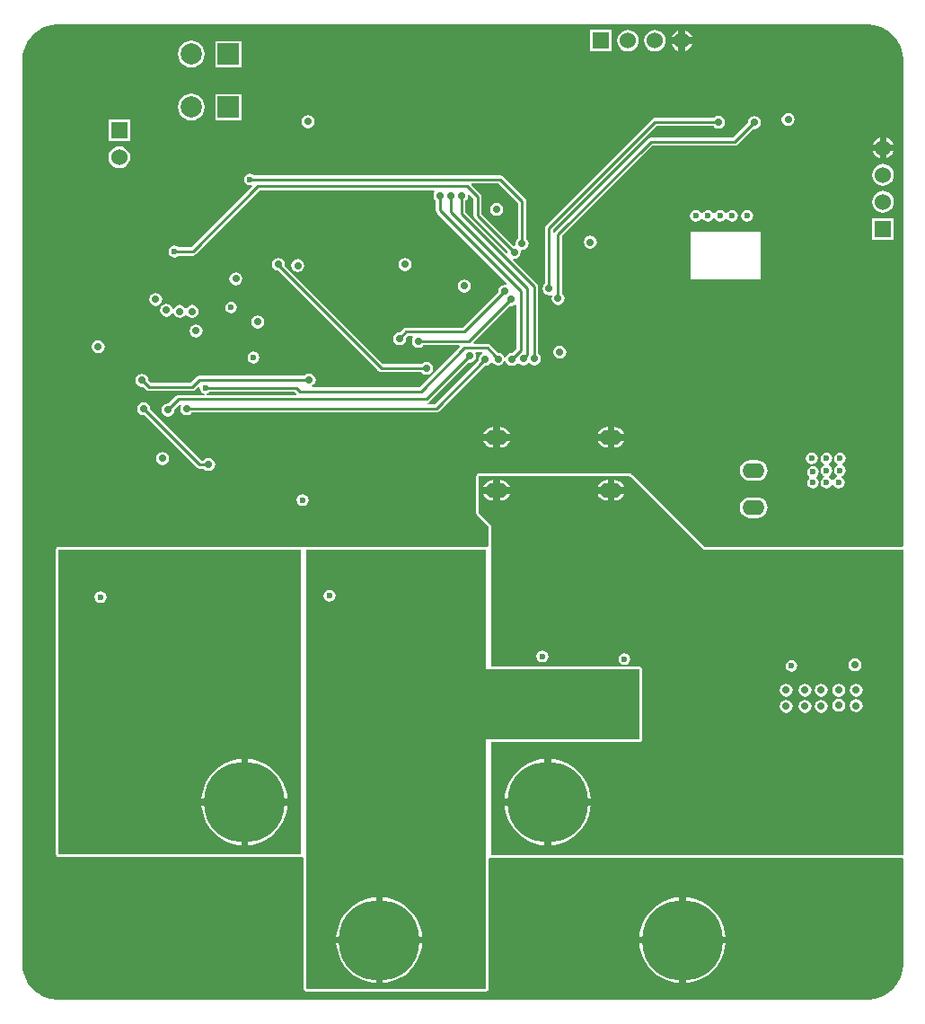
<source format=gbl>
G04*
G04 #@! TF.GenerationSoftware,Altium Limited,Altium Designer,20.2.6 (244)*
G04*
G04 Layer_Physical_Order=4*
G04 Layer_Color=16711680*
%FSLAX25Y25*%
%MOIN*%
G70*
G04*
G04 #@! TF.SameCoordinates,8FED6943-84A2-46AE-932A-9FA205965DA7*
G04*
G04*
G04 #@! TF.FilePolarity,Positive*
G04*
G01*
G75*
%ADD11C,0.00984*%
%ADD15C,0.01000*%
%ADD98C,0.03150*%
%ADD104C,0.06000*%
%ADD105R,0.06000X0.06000*%
%ADD106R,0.06000X0.06000*%
%ADD107C,0.30000*%
%ADD108C,0.07874*%
%ADD109R,0.07874X0.07874*%
%ADD110O,0.08268X0.05512*%
%ADD111C,0.27165*%
%ADD112C,0.02362*%
%ADD113C,0.02756*%
%ADD114C,0.01968*%
G36*
X149498Y363345D02*
X150389D01*
X152156Y363112D01*
X153878Y362651D01*
X155524Y361969D01*
X157067Y361078D01*
X158481Y359993D01*
X159741Y358733D01*
X160826Y357319D01*
X161717Y355776D01*
X162399Y354129D01*
X162861Y352408D01*
X163093Y350641D01*
Y349750D01*
X163094Y169873D01*
X162741Y169520D01*
X89475D01*
X62217Y196475D01*
X62053Y196583D01*
X61890Y196692D01*
X61887Y196693D01*
X61885Y196694D01*
X61692Y196731D01*
X61500Y196770D01*
X5500D01*
X5110Y196692D01*
X4779Y196471D01*
X4558Y196140D01*
X4480Y195750D01*
X4480Y182000D01*
X4558Y181610D01*
X4779Y181279D01*
X8980Y177078D01*
Y169649D01*
X8480Y169382D01*
X8390Y169442D01*
X8000Y169520D01*
X-58500D01*
X-58890Y169442D01*
X-59221Y169221D01*
X-59779D01*
X-60110Y169442D01*
X-60500Y169520D01*
X-150498D01*
X-150888Y169442D01*
X-151219Y169221D01*
X-151440Y168890D01*
X-151518Y168500D01*
X-151518Y55250D01*
X-151440Y54860D01*
X-151219Y54529D01*
X-150888Y54308D01*
X-150498Y54230D01*
X-60500Y54230D01*
X-60110Y54308D01*
X-60020Y54368D01*
X-59520Y54101D01*
Y5500D01*
X-59442Y5110D01*
X-59221Y4779D01*
X-58890Y4558D01*
X-58500Y4480D01*
X8000D01*
X8390Y4558D01*
X8721Y4779D01*
X8942Y5110D01*
X9020Y5500D01*
X9020Y53851D01*
X9520Y54118D01*
X9610Y54058D01*
X10000Y53980D01*
X162741Y53980D01*
X163095Y53690D01*
X163095Y15000D01*
Y14109D01*
X162863Y12342D01*
X162401Y10621D01*
X161719Y8974D01*
X160828Y7431D01*
X159743Y6017D01*
X158483Y4757D01*
X157069Y3672D01*
X155526Y2781D01*
X153879Y2099D01*
X152158Y1637D01*
X150391Y1405D01*
X-151387D01*
X-153154Y1637D01*
X-154876Y2099D01*
X-156522Y2781D01*
X-158066Y3672D01*
X-159479Y4757D01*
X-160740Y6017D01*
X-161825Y7431D01*
X-162716Y8974D01*
X-163398Y10621D01*
X-163859Y12342D01*
X-164092Y14111D01*
X-164095Y15002D01*
X-164093Y349750D01*
Y350641D01*
X-163861Y352408D01*
X-163399Y354129D01*
X-162717Y355776D01*
X-161826Y357319D01*
X-160741Y358733D01*
X-159481Y359993D01*
X-158067Y361078D01*
X-156524Y361969D01*
X-154878Y362651D01*
X-153156Y363112D01*
X-151389Y363345D01*
X-150498Y363345D01*
X149498Y363345D01*
D02*
G37*
G36*
X-60500Y55250D02*
X-150498Y55250D01*
X-150498Y168500D01*
X-60500D01*
Y55250D01*
D02*
G37*
G36*
X89056Y168500D02*
X163094D01*
X163095Y55354D01*
X162741Y55000D01*
X10000Y55000D01*
Y96980D01*
X65000D01*
X65390Y97058D01*
X65721Y97279D01*
X65942Y97610D01*
X66020Y98000D01*
Y124000D01*
X65942Y124390D01*
X65721Y124721D01*
X65390Y124942D01*
X65000Y125020D01*
X10000D01*
Y177500D01*
X5500Y182000D01*
X5500Y195750D01*
X61500D01*
X89056Y168500D01*
D02*
G37*
G36*
X8000Y124000D02*
X65000D01*
Y98000D01*
X8000D01*
X8000Y5500D01*
X-58500D01*
X-58500Y168500D01*
X8000D01*
Y124000D01*
D02*
G37*
%LPC*%
G36*
X82037Y361095D02*
Y358534D01*
X84599D01*
X84281Y359301D01*
X83640Y360136D01*
X82805Y360777D01*
X82037Y361095D01*
D02*
G37*
G36*
X79537D02*
X78770Y360777D01*
X77935Y360136D01*
X77293Y359301D01*
X76976Y358534D01*
X79537D01*
Y361095D01*
D02*
G37*
G36*
X84599Y356033D02*
X82037D01*
Y353472D01*
X82805Y353789D01*
X83640Y354431D01*
X84281Y355266D01*
X84599Y356033D01*
D02*
G37*
G36*
X79537D02*
X76976D01*
X77293Y355266D01*
X77935Y354431D01*
X78770Y353789D01*
X79537Y353472D01*
Y356033D01*
D02*
G37*
G36*
X54787Y361283D02*
X46787D01*
Y353284D01*
X54787D01*
Y361283D01*
D02*
G37*
G36*
X70787Y361318D02*
X69743Y361180D01*
X68770Y360777D01*
X67935Y360136D01*
X67293Y359301D01*
X66890Y358328D01*
X66753Y357283D01*
X66890Y356239D01*
X67293Y355266D01*
X67935Y354431D01*
X68770Y353789D01*
X69743Y353386D01*
X70787Y353249D01*
X71832Y353386D01*
X72805Y353789D01*
X73640Y354431D01*
X74281Y355266D01*
X74685Y356239D01*
X74822Y357283D01*
X74685Y358328D01*
X74281Y359301D01*
X73640Y360136D01*
X72805Y360777D01*
X71832Y361180D01*
X70787Y361318D01*
D02*
G37*
G36*
X60787D02*
X59743Y361180D01*
X58770Y360777D01*
X57935Y360136D01*
X57293Y359301D01*
X56890Y358328D01*
X56753Y357283D01*
X56890Y356239D01*
X57293Y355266D01*
X57935Y354431D01*
X58770Y353789D01*
X59743Y353386D01*
X60787Y353249D01*
X61832Y353386D01*
X62805Y353789D01*
X63640Y354431D01*
X64281Y355266D01*
X64684Y356239D01*
X64822Y357283D01*
X64684Y358328D01*
X64281Y359301D01*
X63640Y360136D01*
X62805Y360777D01*
X61832Y361180D01*
X60787Y361318D01*
D02*
G37*
G36*
X-82563Y357187D02*
X-92437D01*
Y347313D01*
X-82563D01*
Y357187D01*
D02*
G37*
G36*
X-101279Y357230D02*
X-102568Y357060D01*
X-103769Y356562D01*
X-104801Y355771D01*
X-105592Y354740D01*
X-106089Y353539D01*
X-106259Y352250D01*
X-106089Y350961D01*
X-105592Y349760D01*
X-104801Y348729D01*
X-103769Y347937D01*
X-102568Y347440D01*
X-101279Y347270D01*
X-99991Y347440D01*
X-98790Y347937D01*
X-97758Y348729D01*
X-96967Y349760D01*
X-96470Y350961D01*
X-96300Y352250D01*
X-96470Y353539D01*
X-96967Y354740D01*
X-97758Y355771D01*
X-98790Y356562D01*
X-99991Y357060D01*
X-101279Y357230D01*
D02*
G37*
G36*
X-82563Y337502D02*
X-92437D01*
Y327628D01*
X-82563D01*
Y337502D01*
D02*
G37*
G36*
X-101279Y337545D02*
X-102568Y337375D01*
X-103769Y336877D01*
X-104801Y336086D01*
X-105592Y335055D01*
X-106089Y333854D01*
X-106259Y332565D01*
X-106089Y331276D01*
X-105592Y330075D01*
X-104801Y329044D01*
X-103769Y328253D01*
X-102568Y327755D01*
X-101279Y327585D01*
X-99991Y327755D01*
X-98790Y328253D01*
X-97758Y329044D01*
X-96967Y330075D01*
X-96470Y331276D01*
X-96300Y332565D01*
X-96470Y333854D01*
X-96967Y335055D01*
X-97758Y336086D01*
X-98790Y336877D01*
X-99991Y337375D01*
X-101279Y337545D01*
D02*
G37*
G36*
X120276Y330515D02*
X119348Y330330D01*
X118561Y329805D01*
X118036Y329018D01*
X117851Y328091D01*
X118036Y327163D01*
X118561Y326376D01*
X119348Y325851D01*
X120276Y325666D01*
X121203Y325851D01*
X121990Y326376D01*
X122516Y327163D01*
X122700Y328091D01*
X122516Y329018D01*
X121990Y329805D01*
X121203Y330330D01*
X120276Y330515D01*
D02*
G37*
G36*
X-58000Y329675D02*
X-58928Y329490D01*
X-59714Y328964D01*
X-60240Y328178D01*
X-60425Y327250D01*
X-60240Y326322D01*
X-59714Y325536D01*
X-58928Y325010D01*
X-58000Y324825D01*
X-57072Y325010D01*
X-56286Y325536D01*
X-55760Y326322D01*
X-55576Y327250D01*
X-55760Y328178D01*
X-56286Y328964D01*
X-57072Y329490D01*
X-58000Y329675D01*
D02*
G37*
G36*
X94437Y329468D02*
X93509Y329283D01*
X92723Y328758D01*
X92594Y328565D01*
X70793D01*
X70211Y328449D01*
X69718Y328119D01*
X30450Y288852D01*
X30416Y288829D01*
X30084Y288333D01*
X29968Y287747D01*
Y267037D01*
X29783Y266914D01*
X29257Y266127D01*
X29073Y265199D01*
X29257Y264271D01*
X29783Y263485D01*
X30569Y262959D01*
X31497Y262775D01*
X32268Y262928D01*
X32594Y262517D01*
X32585Y262502D01*
X32400Y261575D01*
X32585Y260647D01*
X33110Y259860D01*
X33897Y259335D01*
X34825Y259150D01*
X35752Y259335D01*
X36539Y259860D01*
X37065Y260647D01*
X37249Y261575D01*
X37065Y262502D01*
X36539Y263289D01*
X36354Y263413D01*
Y284691D01*
X69884Y318221D01*
X100489D01*
X101075Y318337D01*
X101571Y318669D01*
X107459Y324557D01*
X107677Y324513D01*
X108605Y324698D01*
X109392Y325224D01*
X109917Y326010D01*
X110102Y326938D01*
X109917Y327866D01*
X109392Y328652D01*
X108605Y329178D01*
X107677Y329363D01*
X106749Y329178D01*
X105963Y328652D01*
X105437Y327866D01*
X105253Y326938D01*
X105296Y326720D01*
X99856Y321279D01*
X69250D01*
X68665Y321163D01*
X68169Y320831D01*
X33743Y286406D01*
X33527Y286082D01*
X33027Y286234D01*
Y287125D01*
X71424Y325522D01*
X92594D01*
X92723Y325329D01*
X93509Y324803D01*
X94437Y324619D01*
X95365Y324803D01*
X96151Y325329D01*
X96677Y326115D01*
X96861Y327043D01*
X96677Y327971D01*
X96151Y328758D01*
X95365Y329283D01*
X94437Y329468D01*
D02*
G37*
G36*
X-124000Y328000D02*
X-132000D01*
Y320000D01*
X-124000D01*
Y328000D01*
D02*
G37*
G36*
X156750Y321312D02*
Y318750D01*
X159312D01*
X158994Y319517D01*
X158353Y320353D01*
X157517Y320994D01*
X156750Y321312D01*
D02*
G37*
G36*
X154250Y321312D02*
X153483Y320994D01*
X152647Y320353D01*
X152006Y319517D01*
X151688Y318750D01*
X154250D01*
Y321312D01*
D02*
G37*
G36*
Y316250D02*
X151688D01*
X152006Y315483D01*
X152647Y314647D01*
X153483Y314006D01*
X154250Y313688D01*
Y316250D01*
D02*
G37*
G36*
X159312D02*
X156750D01*
Y313688D01*
X157517Y314006D01*
X158353Y314647D01*
X158994Y315483D01*
X159312Y316250D01*
D02*
G37*
G36*
X-128000Y318035D02*
X-129044Y317897D01*
X-130017Y317494D01*
X-130853Y316853D01*
X-131494Y316017D01*
X-131897Y315044D01*
X-132035Y314000D01*
X-131897Y312956D01*
X-131494Y311983D01*
X-130853Y311147D01*
X-130017Y310506D01*
X-129044Y310103D01*
X-128000Y309965D01*
X-126956Y310103D01*
X-125983Y310506D01*
X-125147Y311147D01*
X-124506Y311983D01*
X-124103Y312956D01*
X-123966Y314000D01*
X-124103Y315044D01*
X-124506Y316017D01*
X-125147Y316853D01*
X-125983Y317494D01*
X-126956Y317897D01*
X-128000Y318035D01*
D02*
G37*
G36*
X155500Y311535D02*
X154456Y311397D01*
X153483Y310994D01*
X152647Y310353D01*
X152006Y309517D01*
X151603Y308544D01*
X151465Y307500D01*
X151603Y306456D01*
X152006Y305483D01*
X152647Y304647D01*
X153483Y304006D01*
X154456Y303603D01*
X155500Y303466D01*
X156544Y303603D01*
X157517Y304006D01*
X158353Y304647D01*
X158994Y305483D01*
X159397Y306456D01*
X159535Y307500D01*
X159397Y308544D01*
X158994Y309517D01*
X158353Y310353D01*
X157517Y310994D01*
X156544Y311397D01*
X155500Y311535D01*
D02*
G37*
G36*
Y301535D02*
X154456Y301397D01*
X153483Y300994D01*
X152647Y300353D01*
X152006Y299517D01*
X151603Y298544D01*
X151465Y297500D01*
X151603Y296456D01*
X152006Y295483D01*
X152647Y294647D01*
X153483Y294006D01*
X154456Y293603D01*
X155500Y293465D01*
X156544Y293603D01*
X157517Y294006D01*
X158353Y294647D01*
X158994Y295483D01*
X159397Y296456D01*
X159535Y297500D01*
X159397Y298544D01*
X158994Y299517D01*
X158353Y300353D01*
X157517Y300994D01*
X156544Y301397D01*
X155500Y301535D01*
D02*
G37*
G36*
X99500Y294474D02*
X98649Y294305D01*
X97927Y293823D01*
X97528Y293224D01*
X97409Y293193D01*
X97091D01*
X96972Y293224D01*
X96573Y293823D01*
X95851Y294305D01*
X95000Y294474D01*
X94149Y294305D01*
X93427Y293823D01*
X93028Y293224D01*
X92909Y293193D01*
X92591D01*
X92472Y293224D01*
X92072Y293823D01*
X91351Y294305D01*
X90500Y294474D01*
X89649Y294305D01*
X88928Y293823D01*
X88528Y293224D01*
X88409Y293193D01*
X88091D01*
X87972Y293224D01*
X87572Y293823D01*
X86851Y294305D01*
X86000Y294474D01*
X85149Y294305D01*
X84427Y293823D01*
X83946Y293101D01*
X83776Y292250D01*
X83946Y291399D01*
X84427Y290677D01*
X85149Y290195D01*
X86000Y290026D01*
X86851Y290195D01*
X87572Y290677D01*
X87972Y291276D01*
X88091Y291307D01*
X88409D01*
X88528Y291276D01*
X88928Y290677D01*
X89649Y290195D01*
X90500Y290026D01*
X91351Y290195D01*
X92072Y290677D01*
X92472Y291276D01*
X92591Y291307D01*
X92909D01*
X93028Y291276D01*
X93427Y290677D01*
X94149Y290195D01*
X95000Y290026D01*
X95851Y290195D01*
X96573Y290677D01*
X96972Y291276D01*
X97091Y291307D01*
X97409D01*
X97528Y291276D01*
X97927Y290677D01*
X98649Y290195D01*
X99500Y290026D01*
X100351Y290195D01*
X101073Y290677D01*
X101555Y291399D01*
X101724Y292250D01*
X101555Y293101D01*
X101073Y293823D01*
X100351Y294305D01*
X99500Y294474D01*
D02*
G37*
G36*
X105000D02*
X104149Y294305D01*
X103428Y293823D01*
X102945Y293101D01*
X102776Y292250D01*
X102945Y291399D01*
X103428Y290677D01*
X104149Y290195D01*
X105000Y290026D01*
X105851Y290195D01*
X106572Y290677D01*
X107054Y291399D01*
X107224Y292250D01*
X107054Y293101D01*
X106572Y293823D01*
X105851Y294305D01*
X105000Y294474D01*
D02*
G37*
G36*
X159500Y291500D02*
X151500D01*
Y283500D01*
X159500D01*
Y291500D01*
D02*
G37*
G36*
X46815Y284940D02*
X45888Y284755D01*
X45101Y284230D01*
X44575Y283443D01*
X44391Y282515D01*
X44575Y281588D01*
X45101Y280801D01*
X45888Y280275D01*
X46815Y280091D01*
X47743Y280275D01*
X48530Y280801D01*
X49055Y281588D01*
X49240Y282515D01*
X49055Y283443D01*
X48530Y284230D01*
X47743Y284755D01*
X46815Y284940D01*
D02*
G37*
G36*
X-79500Y307974D02*
X-80351Y307805D01*
X-81072Y307323D01*
X-81555Y306601D01*
X-81724Y305750D01*
X-81555Y304899D01*
X-81072Y304177D01*
X-80351Y303695D01*
X-79500Y303526D01*
X-78993Y303627D01*
X-78747Y303166D01*
X-101383Y280529D01*
X-105899D01*
X-105928Y280573D01*
X-106649Y281055D01*
X-107500Y281224D01*
X-108351Y281055D01*
X-109072Y280573D01*
X-109555Y279851D01*
X-109724Y279000D01*
X-109555Y278149D01*
X-109072Y277428D01*
X-108351Y276945D01*
X-107500Y276776D01*
X-106649Y276945D01*
X-105928Y277428D01*
X-105899Y277471D01*
X-100750D01*
X-100165Y277587D01*
X-99669Y277919D01*
X-75867Y301721D01*
X-11145D01*
X-10877Y301221D01*
X-11240Y300678D01*
X-11424Y299750D01*
X-11240Y298822D01*
X-10714Y298036D01*
X-10529Y297912D01*
Y294250D01*
X-10413Y293665D01*
X-10081Y293169D01*
X16014Y267073D01*
X15996Y266978D01*
X15423Y266590D01*
X15000Y266674D01*
X14072Y266490D01*
X13286Y265964D01*
X12760Y265178D01*
X12575Y264250D01*
X12619Y264032D01*
X-634Y250779D01*
X-21500D01*
X-22085Y250663D01*
X-22581Y250331D01*
X-23782Y249131D01*
X-24000Y249174D01*
X-24928Y248990D01*
X-25714Y248464D01*
X-26240Y247678D01*
X-26425Y246750D01*
X-26240Y245822D01*
X-25714Y245036D01*
X-24928Y244510D01*
X-24000Y244325D01*
X-23072Y244510D01*
X-22286Y245036D01*
X-21760Y245822D01*
X-21576Y246750D01*
X-21619Y246968D01*
X-20866Y247721D01*
X-19145D01*
X-18877Y247221D01*
X-19240Y246678D01*
X-19424Y245750D01*
X-19240Y244822D01*
X-18714Y244036D01*
X-17928Y243510D01*
X-17000Y243325D01*
X-16072Y243510D01*
X-15286Y244036D01*
X-15162Y244221D01*
X-1846D01*
X-1654Y243759D01*
X-16718Y228695D01*
X-56363D01*
X-56467Y229195D01*
X-55786Y229650D01*
X-55260Y230436D01*
X-55076Y231364D01*
X-55260Y232292D01*
X-55786Y233079D01*
X-56572Y233604D01*
X-57500Y233789D01*
X-58428Y233604D01*
X-59214Y233079D01*
X-59338Y232894D01*
X-98386D01*
X-98971Y232777D01*
X-99467Y232446D01*
X-101634Y230279D01*
X-116367D01*
X-117260Y231173D01*
X-117244Y231250D01*
X-117429Y232178D01*
X-117955Y232964D01*
X-118741Y233490D01*
X-119669Y233675D01*
X-120597Y233490D01*
X-121383Y232964D01*
X-121909Y232178D01*
X-122093Y231250D01*
X-121909Y230322D01*
X-121383Y229536D01*
X-120597Y229010D01*
X-119669Y228825D01*
X-119310Y228897D01*
X-118081Y227669D01*
X-117585Y227337D01*
X-117000Y227221D01*
X-101000D01*
X-100415Y227337D01*
X-99919Y227669D01*
X-98657Y228930D01*
X-98196Y228684D01*
X-98236Y228486D01*
X-98066Y227635D01*
X-97584Y226914D01*
X-96863Y226432D01*
X-96480Y226356D01*
X-96370Y226139D01*
X-96336Y225817D01*
X-96380Y225779D01*
X-106000D01*
X-106585Y225663D01*
X-107081Y225331D01*
X-109782Y222631D01*
X-110000Y222674D01*
X-110928Y222490D01*
X-111714Y221964D01*
X-112240Y221178D01*
X-112425Y220250D01*
X-112240Y219322D01*
X-111714Y218536D01*
X-110928Y218010D01*
X-110000Y217825D01*
X-109072Y218010D01*
X-108286Y218536D01*
X-107760Y219322D01*
X-107576Y220250D01*
X-107619Y220468D01*
X-105587Y222500D01*
X-105314Y222467D01*
X-105069Y221934D01*
X-105240Y221678D01*
X-105424Y220750D01*
X-105240Y219822D01*
X-104714Y219036D01*
X-103928Y218510D01*
X-103000Y218325D01*
X-102072Y218510D01*
X-101286Y219036D01*
X-101162Y219221D01*
X-10430D01*
X-9845Y219337D01*
X-9348Y219669D01*
X7627Y236645D01*
X7846Y236601D01*
X8774Y236786D01*
X9560Y237311D01*
X9974Y237931D01*
X10489Y237976D01*
X10548Y237958D01*
X10920Y237402D01*
X11706Y236876D01*
X12634Y236691D01*
X13562Y236876D01*
X14348Y237402D01*
X14874Y238188D01*
X14937Y238504D01*
X15447D01*
X15529Y238089D01*
X16055Y237303D01*
X16841Y236777D01*
X17769Y236593D01*
X18697Y236777D01*
X19483Y237303D01*
X19718Y237654D01*
X20218D01*
X20322Y237500D01*
X21108Y236974D01*
X22036Y236790D01*
X22964Y236974D01*
X23721Y237480D01*
X23863Y237544D01*
X24280D01*
X24286Y237536D01*
X25072Y237010D01*
X26000Y236825D01*
X26928Y237010D01*
X27714Y237536D01*
X28240Y238322D01*
X28425Y239250D01*
X28240Y240178D01*
X27714Y240964D01*
X27529Y241088D01*
Y265871D01*
X27413Y266457D01*
X27081Y266953D01*
X18125Y275909D01*
X18371Y276370D01*
X18596Y276325D01*
X19523Y276510D01*
X20310Y277036D01*
X20836Y277822D01*
X21020Y278750D01*
X20931Y279201D01*
X21356Y279626D01*
X21500Y279597D01*
X22428Y279782D01*
X23214Y280307D01*
X23740Y281094D01*
X23924Y282022D01*
X23740Y282949D01*
X23214Y283736D01*
X23029Y283860D01*
Y297750D01*
X22913Y298335D01*
X22581Y298831D01*
X14581Y306831D01*
X14085Y307163D01*
X13500Y307279D01*
X-77899D01*
X-77928Y307323D01*
X-78649Y307805D01*
X-79500Y307974D01*
D02*
G37*
G36*
X-21894Y276675D02*
X-22821Y276490D01*
X-23608Y275964D01*
X-24134Y275178D01*
X-24318Y274250D01*
X-24134Y273322D01*
X-23608Y272536D01*
X-22821Y272010D01*
X-21894Y271825D01*
X-20966Y272010D01*
X-20179Y272536D01*
X-19654Y273322D01*
X-19469Y274250D01*
X-19654Y275178D01*
X-20179Y275964D01*
X-20966Y276490D01*
X-21894Y276675D01*
D02*
G37*
G36*
X-61760Y276230D02*
X-62688Y276045D01*
X-63474Y275519D01*
X-64000Y274733D01*
X-64184Y273805D01*
X-64000Y272877D01*
X-63474Y272091D01*
X-62688Y271565D01*
X-61760Y271381D01*
X-60832Y271565D01*
X-60045Y272091D01*
X-59520Y272877D01*
X-59335Y273805D01*
X-59520Y274733D01*
X-60045Y275519D01*
X-60832Y276045D01*
X-61760Y276230D01*
D02*
G37*
G36*
X110000Y286417D02*
X84000D01*
Y268701D01*
X110000D01*
Y286417D01*
D02*
G37*
G36*
X-84728Y271297D02*
X-85656Y271112D01*
X-86443Y270586D01*
X-86968Y269800D01*
X-87153Y268872D01*
X-86968Y267944D01*
X-86443Y267158D01*
X-85656Y266632D01*
X-84728Y266447D01*
X-83801Y266632D01*
X-83014Y267158D01*
X-82488Y267944D01*
X-82304Y268872D01*
X-82488Y269800D01*
X-83014Y270586D01*
X-83801Y271112D01*
X-84728Y271297D01*
D02*
G37*
G36*
X0Y268674D02*
X-928Y268490D01*
X-1714Y267964D01*
X-2240Y267178D01*
X-2424Y266250D01*
X-2240Y265322D01*
X-1714Y264536D01*
X-928Y264010D01*
X0Y263825D01*
X928Y264010D01*
X1714Y264536D01*
X2240Y265322D01*
X2424Y266250D01*
X2240Y267178D01*
X1714Y267964D01*
X928Y268490D01*
X0Y268674D01*
D02*
G37*
G36*
X-114500Y263674D02*
X-115428Y263490D01*
X-116214Y262964D01*
X-116740Y262178D01*
X-116925Y261250D01*
X-116740Y260322D01*
X-116214Y259536D01*
X-115428Y259010D01*
X-114500Y258825D01*
X-113572Y259010D01*
X-112786Y259536D01*
X-112260Y260322D01*
X-112075Y261250D01*
X-112260Y262178D01*
X-112786Y262964D01*
X-113572Y263490D01*
X-114500Y263674D01*
D02*
G37*
G36*
X-86500Y260474D02*
X-87351Y260304D01*
X-88073Y259823D01*
X-88555Y259101D01*
X-88724Y258250D01*
X-88555Y257399D01*
X-88073Y256678D01*
X-87351Y256195D01*
X-86500Y256026D01*
X-85649Y256195D01*
X-84927Y256678D01*
X-84446Y257399D01*
X-84276Y258250D01*
X-84446Y259101D01*
X-84927Y259823D01*
X-85649Y260304D01*
X-86500Y260474D01*
D02*
G37*
G36*
X-110500Y259675D02*
X-111428Y259490D01*
X-112214Y258964D01*
X-112740Y258178D01*
X-112925Y257250D01*
X-112740Y256322D01*
X-112214Y255536D01*
X-111428Y255010D01*
X-110500Y254825D01*
X-109572Y255010D01*
X-108786Y255536D01*
X-108324Y256226D01*
X-107930Y256215D01*
X-107804Y256174D01*
X-107740Y255854D01*
X-107214Y255067D01*
X-106428Y254541D01*
X-105500Y254357D01*
X-104572Y254541D01*
X-103786Y255067D01*
X-103551Y255419D01*
X-102949D01*
X-102714Y255067D01*
X-101928Y254541D01*
X-101000Y254357D01*
X-100072Y254541D01*
X-99286Y255067D01*
X-98760Y255854D01*
X-98576Y256782D01*
X-98760Y257709D01*
X-99286Y258496D01*
X-100072Y259021D01*
X-101000Y259206D01*
X-101928Y259021D01*
X-102714Y258496D01*
X-102949Y258144D01*
X-103551D01*
X-103786Y258496D01*
X-104572Y259021D01*
X-105500Y259206D01*
X-106428Y259021D01*
X-107214Y258496D01*
X-107676Y257805D01*
X-108070Y257817D01*
X-108196Y257858D01*
X-108260Y258178D01*
X-108786Y258964D01*
X-109572Y259490D01*
X-110500Y259675D01*
D02*
G37*
G36*
X-76646Y255324D02*
X-77574Y255140D01*
X-78360Y254614D01*
X-78886Y253828D01*
X-79070Y252900D01*
X-78886Y251972D01*
X-78360Y251185D01*
X-77574Y250660D01*
X-76646Y250475D01*
X-75718Y250660D01*
X-74931Y251185D01*
X-74406Y251972D01*
X-74221Y252900D01*
X-74406Y253828D01*
X-74931Y254614D01*
X-75718Y255140D01*
X-76646Y255324D01*
D02*
G37*
G36*
X-99500Y251976D02*
X-100428Y251792D01*
X-101214Y251266D01*
X-101740Y250480D01*
X-101925Y249552D01*
X-101740Y248624D01*
X-101214Y247837D01*
X-100428Y247312D01*
X-99500Y247127D01*
X-98572Y247312D01*
X-97786Y247837D01*
X-97260Y248624D01*
X-97075Y249552D01*
X-97260Y250480D01*
X-97786Y251266D01*
X-98572Y251792D01*
X-99500Y251976D01*
D02*
G37*
G36*
X-135827Y246125D02*
X-136755Y245941D01*
X-137541Y245415D01*
X-138067Y244629D01*
X-138251Y243701D01*
X-138067Y242773D01*
X-137541Y241986D01*
X-136755Y241461D01*
X-135827Y241276D01*
X-134899Y241461D01*
X-134112Y241986D01*
X-133587Y242773D01*
X-133402Y243701D01*
X-133587Y244629D01*
X-134112Y245415D01*
X-134899Y245941D01*
X-135827Y246125D01*
D02*
G37*
G36*
X35500Y244175D02*
X34572Y243990D01*
X33786Y243464D01*
X33260Y242678D01*
X33075Y241750D01*
X33260Y240822D01*
X33786Y240036D01*
X34572Y239510D01*
X35500Y239325D01*
X36428Y239510D01*
X37214Y240036D01*
X37740Y240822D01*
X37925Y241750D01*
X37740Y242678D01*
X37214Y243464D01*
X36428Y243990D01*
X35500Y244175D01*
D02*
G37*
G36*
X-78203Y241927D02*
X-79054Y241757D01*
X-79775Y241275D01*
X-80257Y240554D01*
X-80427Y239703D01*
X-80257Y238852D01*
X-79775Y238130D01*
X-79054Y237648D01*
X-78203Y237479D01*
X-77352Y237648D01*
X-76630Y238130D01*
X-76148Y238852D01*
X-75979Y239703D01*
X-76148Y240554D01*
X-76630Y241275D01*
X-77352Y241757D01*
X-78203Y241927D01*
D02*
G37*
G36*
X-69000Y276702D02*
X-69928Y276518D01*
X-70714Y275992D01*
X-71240Y275205D01*
X-71425Y274278D01*
X-71240Y273350D01*
X-70714Y272563D01*
X-69928Y272038D01*
X-69020Y271857D01*
X-31831Y234669D01*
X-31335Y234337D01*
X-30750Y234221D01*
X-15838D01*
X-15714Y234036D01*
X-14928Y233510D01*
X-14000Y233326D01*
X-13072Y233510D01*
X-12286Y234036D01*
X-11760Y234822D01*
X-11575Y235750D01*
X-11760Y236678D01*
X-12286Y237464D01*
X-13072Y237990D01*
X-14000Y238175D01*
X-14928Y237990D01*
X-15714Y237464D01*
X-15838Y237279D01*
X-30117D01*
X-66665Y273828D01*
X-66575Y274278D01*
X-66760Y275205D01*
X-67286Y275992D01*
X-68072Y276518D01*
X-69000Y276702D01*
D02*
G37*
G36*
X55878Y213881D02*
X55750D01*
Y211343D01*
X59425D01*
X59159Y211987D01*
X58557Y212771D01*
X57772Y213373D01*
X56858Y213752D01*
X55878Y213881D01*
D02*
G37*
G36*
X13378D02*
X13250D01*
Y211343D01*
X16926D01*
X16659Y211987D01*
X16057Y212771D01*
X15272Y213373D01*
X14358Y213752D01*
X13378Y213881D01*
D02*
G37*
G36*
X53250D02*
X53122D01*
X52142Y213752D01*
X51228Y213373D01*
X50443Y212771D01*
X49841Y211987D01*
X49575Y211343D01*
X53250D01*
Y213881D01*
D02*
G37*
G36*
X10750D02*
X10622D01*
X9642Y213752D01*
X8728Y213373D01*
X7943Y212771D01*
X7341Y211987D01*
X7074Y211343D01*
X10750D01*
Y213881D01*
D02*
G37*
G36*
X59425Y208842D02*
X55750D01*
Y206304D01*
X55878D01*
X56858Y206433D01*
X57772Y206812D01*
X58557Y207414D01*
X59159Y208198D01*
X59425Y208842D01*
D02*
G37*
G36*
X53250D02*
X49575D01*
X49841Y208198D01*
X50443Y207414D01*
X51228Y206812D01*
X52142Y206433D01*
X53122Y206304D01*
X53250D01*
Y208842D01*
D02*
G37*
G36*
X16926D02*
X13250D01*
Y206304D01*
X13378D01*
X14358Y206433D01*
X15272Y206812D01*
X16057Y207414D01*
X16659Y208198D01*
X16926Y208842D01*
D02*
G37*
G36*
X10750D02*
X7074D01*
X7341Y208198D01*
X7943Y207414D01*
X8728Y206812D01*
X9642Y206433D01*
X10622Y206304D01*
X10750D01*
Y208842D01*
D02*
G37*
G36*
X129000Y204474D02*
X128149Y204305D01*
X127427Y203822D01*
X126945Y203101D01*
X126776Y202250D01*
X126945Y201399D01*
X127427Y200677D01*
X128149Y200196D01*
X129000Y200026D01*
X129851Y200196D01*
X130572Y200677D01*
X131054Y201399D01*
X131224Y202250D01*
X131054Y203101D01*
X130572Y203822D01*
X129851Y204305D01*
X129000Y204474D01*
D02*
G37*
G36*
X-112000Y204675D02*
X-112928Y204490D01*
X-113714Y203964D01*
X-114240Y203178D01*
X-114425Y202250D01*
X-114240Y201322D01*
X-113714Y200536D01*
X-112928Y200010D01*
X-112000Y199826D01*
X-111072Y200010D01*
X-110286Y200536D01*
X-109760Y201322D01*
X-109575Y202250D01*
X-109760Y203178D01*
X-110286Y203964D01*
X-111072Y204490D01*
X-112000Y204675D01*
D02*
G37*
G36*
X-119000Y223175D02*
X-119928Y222990D01*
X-120714Y222464D01*
X-121240Y221678D01*
X-121424Y220750D01*
X-121240Y219822D01*
X-120714Y219036D01*
X-119928Y218510D01*
X-119000Y218325D01*
X-118782Y218369D01*
X-99287Y198874D01*
X-98791Y198542D01*
X-98205Y198426D01*
X-96688D01*
X-96564Y198241D01*
X-95778Y197715D01*
X-94850Y197531D01*
X-93922Y197715D01*
X-93135Y198241D01*
X-92610Y199027D01*
X-92425Y199955D01*
X-92610Y200883D01*
X-93135Y201670D01*
X-93922Y202195D01*
X-94850Y202380D01*
X-95778Y202195D01*
X-96564Y201670D01*
X-96688Y201485D01*
X-97572D01*
X-116619Y220532D01*
X-116576Y220750D01*
X-116760Y221678D01*
X-117286Y222464D01*
X-118072Y222990D01*
X-119000Y223175D01*
D02*
G37*
G36*
X139500Y204474D02*
X138649Y204305D01*
X137927Y203822D01*
X137445Y203101D01*
X137276Y202250D01*
X137445Y201399D01*
X137927Y200677D01*
X138526Y200278D01*
X138557Y200159D01*
Y199841D01*
X138526Y199722D01*
X137927Y199322D01*
X137445Y198601D01*
X137276Y197750D01*
X137445Y196899D01*
X137927Y196177D01*
X138397Y195864D01*
X138292Y195333D01*
X138149Y195305D01*
X137427Y194823D01*
X137028Y194224D01*
X136909Y194193D01*
X136591D01*
X136472Y194224D01*
X136073Y194823D01*
X135474Y195222D01*
X135443Y195341D01*
Y195659D01*
X135474Y195778D01*
X136073Y196177D01*
X136555Y196899D01*
X136724Y197750D01*
X136555Y198601D01*
X136073Y199322D01*
X135474Y199722D01*
X135443Y199841D01*
Y200159D01*
X135474Y200278D01*
X136073Y200677D01*
X136555Y201399D01*
X136724Y202250D01*
X136555Y203101D01*
X136073Y203822D01*
X135351Y204305D01*
X134500Y204474D01*
X133649Y204305D01*
X132928Y203822D01*
X132446Y203101D01*
X132276Y202250D01*
X132446Y201399D01*
X132928Y200677D01*
X133526Y200278D01*
X133557Y200159D01*
Y199841D01*
X133526Y199722D01*
X132928Y199322D01*
X132446Y198601D01*
X132276Y197750D01*
X132446Y196899D01*
X132928Y196177D01*
X133526Y195778D01*
X133557Y195659D01*
Y195341D01*
X133526Y195222D01*
X132928Y194823D01*
X132446Y194101D01*
X132276Y193250D01*
X132446Y192399D01*
X132928Y191677D01*
X133649Y191195D01*
X134500Y191026D01*
X135351Y191195D01*
X136073Y191677D01*
X136472Y192276D01*
X136591Y192307D01*
X136909D01*
X137028Y192276D01*
X137427Y191677D01*
X138149Y191195D01*
X139000Y191026D01*
X139851Y191195D01*
X140573Y191677D01*
X141054Y192399D01*
X141224Y193250D01*
X141054Y194101D01*
X140573Y194823D01*
X140103Y195136D01*
X140208Y195667D01*
X140351Y195695D01*
X141072Y196177D01*
X141554Y196899D01*
X141724Y197750D01*
X141554Y198601D01*
X141072Y199322D01*
X140474Y199722D01*
X140443Y199841D01*
Y200159D01*
X140474Y200278D01*
X141072Y200677D01*
X141554Y201399D01*
X141724Y202250D01*
X141554Y203101D01*
X141072Y203822D01*
X140351Y204305D01*
X139500Y204474D01*
D02*
G37*
G36*
X108878Y201538D02*
X106122D01*
X105142Y201409D01*
X104228Y201031D01*
X103443Y200429D01*
X102841Y199644D01*
X102463Y198731D01*
X102334Y197750D01*
X102463Y196769D01*
X102841Y195856D01*
X103443Y195071D01*
X104228Y194469D01*
X105142Y194091D01*
X106122Y193962D01*
X108878D01*
X109858Y194091D01*
X110772Y194469D01*
X111557Y195071D01*
X112159Y195856D01*
X112537Y196769D01*
X112666Y197750D01*
X112537Y198731D01*
X112159Y199644D01*
X111557Y200429D01*
X110772Y201031D01*
X109858Y201409D01*
X108878Y201538D01*
D02*
G37*
G36*
X129500Y199474D02*
X128649Y199304D01*
X127927Y198822D01*
X127445Y198101D01*
X127276Y197250D01*
X127445Y196399D01*
X127927Y195677D01*
X128193Y195500D01*
Y195000D01*
X127927Y194823D01*
X127445Y194101D01*
X127276Y193250D01*
X127445Y192399D01*
X127927Y191677D01*
X128649Y191195D01*
X129500Y191026D01*
X130351Y191195D01*
X131072Y191677D01*
X131554Y192399D01*
X131724Y193250D01*
X131554Y194101D01*
X131072Y194823D01*
X130807Y195000D01*
Y195500D01*
X131072Y195677D01*
X131554Y196399D01*
X131724Y197250D01*
X131554Y198101D01*
X131072Y198822D01*
X130351Y199304D01*
X129500Y199474D01*
D02*
G37*
G36*
X-60000Y188974D02*
X-60851Y188804D01*
X-61572Y188322D01*
X-62055Y187601D01*
X-62224Y186750D01*
X-62055Y185899D01*
X-61572Y185178D01*
X-60851Y184695D01*
X-60000Y184526D01*
X-59149Y184695D01*
X-58428Y185178D01*
X-57946Y185899D01*
X-57776Y186750D01*
X-57946Y187601D01*
X-58428Y188322D01*
X-59149Y188804D01*
X-60000Y188974D01*
D02*
G37*
G36*
X108878Y187759D02*
X106122D01*
X105142Y187630D01*
X104228Y187251D01*
X103443Y186649D01*
X102841Y185865D01*
X102463Y184951D01*
X102334Y183970D01*
X102463Y182990D01*
X102841Y182076D01*
X103443Y181292D01*
X104228Y180690D01*
X105142Y180311D01*
X106122Y180182D01*
X108878D01*
X109858Y180311D01*
X110772Y180690D01*
X111557Y181292D01*
X112159Y182076D01*
X112537Y182990D01*
X112666Y183970D01*
X112537Y184951D01*
X112159Y185865D01*
X111557Y186649D01*
X110772Y187251D01*
X109858Y187630D01*
X108878Y187759D01*
D02*
G37*
G36*
X82250Y39451D02*
Y24750D01*
X96951D01*
X96852Y26011D01*
X96264Y28460D01*
X95300Y30786D01*
X93984Y32934D01*
X92349Y34849D01*
X90434Y36484D01*
X88286Y37800D01*
X85960Y38764D01*
X83511Y39352D01*
X82250Y39451D01*
D02*
G37*
G36*
X79750D02*
X78489Y39352D01*
X76040Y38764D01*
X73714Y37800D01*
X71566Y36484D01*
X69651Y34849D01*
X68016Y32934D01*
X66700Y30786D01*
X65736Y28460D01*
X65148Y26011D01*
X65049Y24750D01*
X79750D01*
Y39451D01*
D02*
G37*
G36*
X96951Y22250D02*
X82250D01*
Y7549D01*
X83511Y7648D01*
X85960Y8236D01*
X88286Y9200D01*
X90434Y10516D01*
X92349Y12151D01*
X93984Y14066D01*
X95300Y16214D01*
X96264Y18540D01*
X96852Y20989D01*
X96951Y22250D01*
D02*
G37*
G36*
X79750D02*
X65049D01*
X65148Y20989D01*
X65736Y18540D01*
X66700Y16214D01*
X68016Y14066D01*
X69651Y12151D01*
X71566Y10516D01*
X73714Y9200D01*
X76040Y8236D01*
X78489Y7648D01*
X79750Y7549D01*
Y22250D01*
D02*
G37*
%LPD*%
G36*
X19971Y297116D02*
Y283860D01*
X19786Y283736D01*
X19260Y282949D01*
X19075Y282022D01*
X19165Y281571D01*
X18740Y281146D01*
X18596Y281174D01*
X18377Y281131D01*
X6529Y292979D01*
Y299250D01*
X6413Y299835D01*
X6081Y300331D01*
X2654Y303759D01*
X2846Y304221D01*
X12867D01*
X19971Y297116D01*
D02*
G37*
G36*
X3471Y298617D02*
Y292346D01*
X3587Y291760D01*
X3919Y291264D01*
X16195Y278988D01*
X16179Y278790D01*
X16171Y278750D01*
X16174Y278733D01*
X16157Y278516D01*
X15731Y278304D01*
X529Y293505D01*
Y297912D01*
X714Y298036D01*
X1240Y298822D01*
X1424Y299750D01*
X1374Y300007D01*
X1834Y300253D01*
X3471Y298617D01*
D02*
G37*
G36*
X19471Y259105D02*
Y242882D01*
X17987Y241398D01*
X17769Y241442D01*
X16841Y241257D01*
X16055Y240732D01*
X15529Y239945D01*
X15466Y239630D01*
X14956D01*
X14874Y240044D01*
X14348Y240830D01*
X13562Y241356D01*
X12634Y241541D01*
X12515Y241517D01*
X9700Y244331D01*
X9204Y244663D01*
X8619Y244779D01*
X3698D01*
X3507Y245241D01*
X17159Y258893D01*
X17500Y258825D01*
X18428Y259010D01*
X18971Y259373D01*
X19471Y259105D01*
D02*
G37*
G36*
X6843Y241491D02*
X6850Y241221D01*
X6131Y240740D01*
X5606Y239953D01*
X5421Y239026D01*
X5465Y238807D01*
X-11063Y222279D01*
X-13655D01*
X-13704Y222779D01*
X-13415Y222837D01*
X-12919Y223168D01*
X1782Y237869D01*
X2000Y237825D01*
X2928Y238010D01*
X3714Y238536D01*
X4240Y239322D01*
X4425Y240250D01*
X4240Y241178D01*
X4172Y241280D01*
X4408Y241721D01*
X6767D01*
X6843Y241491D01*
D02*
G37*
G36*
X-62192Y226279D02*
X-62399Y225779D01*
X-95644D01*
X-95687Y225817D01*
X-95653Y226139D01*
X-95543Y226356D01*
X-95161Y226432D01*
X-94439Y226914D01*
X-94411Y226957D01*
X-62870D01*
X-62192Y226279D01*
D02*
G37*
%LPC*%
G36*
X12000Y297175D02*
X11072Y296990D01*
X10286Y296464D01*
X9760Y295678D01*
X9576Y294750D01*
X9760Y293822D01*
X10286Y293036D01*
X11072Y292510D01*
X12000Y292325D01*
X12928Y292510D01*
X13714Y293036D01*
X14240Y293822D01*
X14424Y294750D01*
X14240Y295678D01*
X13714Y296464D01*
X12928Y296990D01*
X12000Y297175D01*
D02*
G37*
G36*
X-135000Y152974D02*
X-135851Y152805D01*
X-136573Y152322D01*
X-137055Y151601D01*
X-137224Y150750D01*
X-137055Y149899D01*
X-136573Y149178D01*
X-135851Y148696D01*
X-135000Y148526D01*
X-134149Y148696D01*
X-133428Y149178D01*
X-132946Y149899D01*
X-132776Y150750D01*
X-132946Y151601D01*
X-133428Y152322D01*
X-134149Y152805D01*
X-135000Y152974D01*
D02*
G37*
G36*
X-80250Y90651D02*
Y75950D01*
X-65549D01*
X-65648Y77211D01*
X-66236Y79660D01*
X-67200Y81986D01*
X-68516Y84134D01*
X-70151Y86049D01*
X-72066Y87684D01*
X-74214Y89000D01*
X-76540Y89964D01*
X-78989Y90552D01*
X-80250Y90651D01*
D02*
G37*
G36*
X-82750D02*
X-84011Y90552D01*
X-86460Y89964D01*
X-88786Y89000D01*
X-90934Y87684D01*
X-92849Y86049D01*
X-94484Y84134D01*
X-95800Y81986D01*
X-96764Y79660D01*
X-97352Y77211D01*
X-97451Y75950D01*
X-82750D01*
Y90651D01*
D02*
G37*
G36*
X-65549Y73450D02*
X-80250D01*
Y58749D01*
X-78989Y58848D01*
X-76540Y59436D01*
X-74214Y60400D01*
X-72066Y61716D01*
X-70151Y63351D01*
X-68516Y65266D01*
X-67200Y67414D01*
X-66236Y69740D01*
X-65648Y72189D01*
X-65549Y73450D01*
D02*
G37*
G36*
X-82750D02*
X-97451D01*
X-97352Y72189D01*
X-96764Y69740D01*
X-95800Y67414D01*
X-94484Y65266D01*
X-92849Y63351D01*
X-90934Y61716D01*
X-88786Y60400D01*
X-86460Y59436D01*
X-84011Y58848D01*
X-82750Y58749D01*
Y73450D01*
D02*
G37*
G36*
X55878Y194196D02*
X55750D01*
Y191657D01*
X59425D01*
X59159Y192302D01*
X58557Y193086D01*
X57772Y193688D01*
X56858Y194067D01*
X55878Y194196D01*
D02*
G37*
G36*
X13378D02*
X13250D01*
Y191657D01*
X16926D01*
X16659Y192302D01*
X16057Y193086D01*
X15272Y193688D01*
X14358Y194067D01*
X13378Y194196D01*
D02*
G37*
G36*
X53250D02*
X53122D01*
X52142Y194067D01*
X51228Y193688D01*
X50443Y193086D01*
X49841Y192302D01*
X49575Y191657D01*
X53250D01*
Y194196D01*
D02*
G37*
G36*
X10750D02*
X10622D01*
X9642Y194067D01*
X8728Y193688D01*
X7943Y193086D01*
X7341Y192302D01*
X7074Y191657D01*
X10750D01*
Y194196D01*
D02*
G37*
G36*
X59425Y189157D02*
X55750D01*
Y186619D01*
X55878D01*
X56858Y186748D01*
X57772Y187127D01*
X58557Y187729D01*
X59159Y188513D01*
X59425Y189157D01*
D02*
G37*
G36*
X53250D02*
X49575D01*
X49841Y188513D01*
X50443Y187729D01*
X51228Y187127D01*
X52142Y186748D01*
X53122Y186619D01*
X53250D01*
Y189157D01*
D02*
G37*
G36*
X16926D02*
X13250D01*
Y186619D01*
X13378D01*
X14358Y186748D01*
X15272Y187127D01*
X16057Y187729D01*
X16659Y188513D01*
X16926Y189157D01*
D02*
G37*
G36*
X10750D02*
X7074D01*
X7341Y188513D01*
X7943Y187729D01*
X8728Y187127D01*
X9642Y186748D01*
X10622Y186619D01*
X10750D01*
Y189157D01*
D02*
G37*
G36*
X29000Y130974D02*
X28149Y130805D01*
X27428Y130323D01*
X26945Y129601D01*
X26776Y128750D01*
X26945Y127899D01*
X27428Y127178D01*
X28149Y126696D01*
X29000Y126526D01*
X29851Y126696D01*
X30573Y127178D01*
X31055Y127899D01*
X31224Y128750D01*
X31055Y129601D01*
X30573Y130323D01*
X29851Y130805D01*
X29000Y130974D01*
D02*
G37*
G36*
X59500Y129974D02*
X58649Y129805D01*
X57928Y129323D01*
X57446Y128601D01*
X57276Y127750D01*
X57446Y126899D01*
X57928Y126178D01*
X58649Y125696D01*
X59500Y125526D01*
X60351Y125696D01*
X61072Y126178D01*
X61554Y126899D01*
X61724Y127750D01*
X61554Y128601D01*
X61072Y129323D01*
X60351Y129805D01*
X59500Y129974D01*
D02*
G37*
G36*
X145000Y128174D02*
X144072Y127990D01*
X143286Y127464D01*
X142760Y126678D01*
X142576Y125750D01*
X142760Y124822D01*
X143286Y124036D01*
X144072Y123510D01*
X145000Y123326D01*
X145928Y123510D01*
X146714Y124036D01*
X147240Y124822D01*
X147424Y125750D01*
X147240Y126678D01*
X146714Y127464D01*
X145928Y127990D01*
X145000Y128174D01*
D02*
G37*
G36*
X121500Y127474D02*
X120649Y127304D01*
X119928Y126822D01*
X119446Y126101D01*
X119276Y125250D01*
X119446Y124399D01*
X119928Y123678D01*
X120649Y123196D01*
X121500Y123026D01*
X122351Y123196D01*
X123073Y123678D01*
X123555Y124399D01*
X123724Y125250D01*
X123555Y126101D01*
X123073Y126822D01*
X122351Y127304D01*
X121500Y127474D01*
D02*
G37*
G36*
X145500Y118675D02*
X144572Y118490D01*
X143786Y117964D01*
X143260Y117178D01*
X143076Y116250D01*
X143260Y115322D01*
X143786Y114536D01*
X144572Y114010D01*
X145500Y113826D01*
X146428Y114010D01*
X147214Y114536D01*
X147740Y115322D01*
X147924Y116250D01*
X147740Y117178D01*
X147214Y117964D01*
X146428Y118490D01*
X145500Y118675D01*
D02*
G37*
G36*
X139000D02*
X138072Y118490D01*
X137286Y117964D01*
X136760Y117178D01*
X136575Y116250D01*
X136760Y115322D01*
X137286Y114536D01*
X138072Y114010D01*
X139000Y113826D01*
X139928Y114010D01*
X140714Y114536D01*
X141240Y115322D01*
X141425Y116250D01*
X141240Y117178D01*
X140714Y117964D01*
X139928Y118490D01*
X139000Y118675D01*
D02*
G37*
G36*
X132500D02*
X131572Y118490D01*
X130786Y117964D01*
X130260Y117178D01*
X130076Y116250D01*
X130260Y115322D01*
X130786Y114536D01*
X131572Y114010D01*
X132500Y113826D01*
X133428Y114010D01*
X134214Y114536D01*
X134740Y115322D01*
X134924Y116250D01*
X134740Y117178D01*
X134214Y117964D01*
X133428Y118490D01*
X132500Y118675D01*
D02*
G37*
G36*
X126500D02*
X125572Y118490D01*
X124786Y117964D01*
X124260Y117178D01*
X124075Y116250D01*
X124260Y115322D01*
X124786Y114536D01*
X125572Y114010D01*
X126500Y113826D01*
X127428Y114010D01*
X128214Y114536D01*
X128740Y115322D01*
X128925Y116250D01*
X128740Y117178D01*
X128214Y117964D01*
X127428Y118490D01*
X126500Y118675D01*
D02*
G37*
G36*
X119500D02*
X118572Y118490D01*
X117786Y117964D01*
X117260Y117178D01*
X117076Y116250D01*
X117260Y115322D01*
X117786Y114536D01*
X118572Y114010D01*
X119500Y113826D01*
X120428Y114010D01*
X121214Y114536D01*
X121740Y115322D01*
X121924Y116250D01*
X121740Y117178D01*
X121214Y117964D01*
X120428Y118490D01*
X119500Y118675D01*
D02*
G37*
G36*
X139000Y113174D02*
X138072Y112990D01*
X137286Y112464D01*
X136760Y111678D01*
X136575Y110750D01*
X136760Y109822D01*
X137286Y109036D01*
X138072Y108510D01*
X139000Y108326D01*
X139928Y108510D01*
X140714Y109036D01*
X141240Y109822D01*
X141425Y110750D01*
X141240Y111678D01*
X140714Y112464D01*
X139928Y112990D01*
X139000Y113174D01*
D02*
G37*
G36*
X145500Y112925D02*
X144572Y112740D01*
X143786Y112214D01*
X143260Y111428D01*
X143076Y110500D01*
X143260Y109572D01*
X143786Y108786D01*
X144572Y108260D01*
X145500Y108075D01*
X146428Y108260D01*
X147214Y108786D01*
X147740Y109572D01*
X147924Y110500D01*
X147740Y111428D01*
X147214Y112214D01*
X146428Y112740D01*
X145500Y112925D01*
D02*
G37*
G36*
X132500Y112674D02*
X131572Y112490D01*
X130786Y111964D01*
X130260Y111178D01*
X130076Y110250D01*
X130260Y109322D01*
X130786Y108536D01*
X131572Y108010D01*
X132500Y107826D01*
X133428Y108010D01*
X134214Y108536D01*
X134740Y109322D01*
X134924Y110250D01*
X134740Y111178D01*
X134214Y111964D01*
X133428Y112490D01*
X132500Y112674D01*
D02*
G37*
G36*
X126500D02*
X125572Y112490D01*
X124786Y111964D01*
X124260Y111178D01*
X124075Y110250D01*
X124260Y109322D01*
X124786Y108536D01*
X125572Y108010D01*
X126500Y107826D01*
X127428Y108010D01*
X128214Y108536D01*
X128740Y109322D01*
X128925Y110250D01*
X128740Y111178D01*
X128214Y111964D01*
X127428Y112490D01*
X126500Y112674D01*
D02*
G37*
G36*
X119500D02*
X118572Y112490D01*
X117786Y111964D01*
X117260Y111178D01*
X117076Y110250D01*
X117260Y109322D01*
X117786Y108536D01*
X118572Y108010D01*
X119500Y107826D01*
X120428Y108010D01*
X121214Y108536D01*
X121740Y109322D01*
X121924Y110250D01*
X121740Y111178D01*
X121214Y111964D01*
X120428Y112490D01*
X119500Y112674D01*
D02*
G37*
G36*
X32250Y90651D02*
Y75950D01*
X46951D01*
X46852Y77211D01*
X46264Y79660D01*
X45300Y81986D01*
X43984Y84134D01*
X42349Y86049D01*
X40434Y87684D01*
X38286Y89000D01*
X35960Y89964D01*
X33511Y90552D01*
X32250Y90651D01*
D02*
G37*
G36*
X29750D02*
X28489Y90552D01*
X26040Y89964D01*
X23714Y89000D01*
X21566Y87684D01*
X19651Y86049D01*
X18016Y84134D01*
X16700Y81986D01*
X15736Y79660D01*
X15148Y77211D01*
X15049Y75950D01*
X29750D01*
Y90651D01*
D02*
G37*
G36*
X46951Y73450D02*
X32250D01*
Y58749D01*
X33511Y58848D01*
X35960Y59436D01*
X38286Y60400D01*
X40434Y61716D01*
X42349Y63351D01*
X43984Y65266D01*
X45300Y67414D01*
X46264Y69740D01*
X46852Y72189D01*
X46951Y73450D01*
D02*
G37*
G36*
X29750D02*
X15049D01*
X15148Y72189D01*
X15736Y69740D01*
X16700Y67414D01*
X18016Y65266D01*
X19651Y63351D01*
X21566Y61716D01*
X23714Y60400D01*
X26040Y59436D01*
X28489Y58848D01*
X29750Y58749D01*
Y73450D01*
D02*
G37*
G36*
X-50000Y153474D02*
X-50851Y153305D01*
X-51573Y152822D01*
X-52055Y152101D01*
X-52224Y151250D01*
X-52055Y150399D01*
X-51573Y149678D01*
X-50851Y149196D01*
X-50000Y149026D01*
X-49149Y149196D01*
X-48428Y149678D01*
X-47945Y150399D01*
X-47776Y151250D01*
X-47945Y152101D01*
X-48428Y152822D01*
X-49149Y153305D01*
X-50000Y153474D01*
D02*
G37*
G36*
X-30250Y39451D02*
Y24750D01*
X-15549D01*
X-15648Y26011D01*
X-16236Y28460D01*
X-17200Y30786D01*
X-18516Y32934D01*
X-20151Y34849D01*
X-22066Y36484D01*
X-24214Y37800D01*
X-26540Y38764D01*
X-28989Y39352D01*
X-30250Y39451D01*
D02*
G37*
G36*
X-32750D02*
X-34011Y39352D01*
X-36460Y38764D01*
X-38786Y37800D01*
X-40934Y36484D01*
X-42849Y34849D01*
X-44484Y32934D01*
X-45800Y30786D01*
X-46764Y28460D01*
X-47352Y26011D01*
X-47451Y24750D01*
X-32750D01*
Y39451D01*
D02*
G37*
G36*
X-15549Y22250D02*
X-30250D01*
Y7549D01*
X-28989Y7648D01*
X-26540Y8236D01*
X-24214Y9200D01*
X-22066Y10516D01*
X-20151Y12151D01*
X-18516Y14066D01*
X-17200Y16214D01*
X-16236Y18540D01*
X-15648Y20989D01*
X-15549Y22250D01*
D02*
G37*
G36*
X-32750D02*
X-47451D01*
X-47352Y20989D01*
X-46764Y18540D01*
X-45800Y16214D01*
X-44484Y14066D01*
X-42849Y12151D01*
X-40934Y10516D01*
X-38786Y9200D01*
X-36460Y8236D01*
X-34011Y7648D01*
X-32750Y7549D01*
Y22250D01*
D02*
G37*
%LPD*%
D11*
X70793Y327043D02*
X94437D01*
X31497Y287747D02*
X70793Y327043D01*
D15*
X-119500Y231250D02*
X-117000Y228750D01*
X-119669Y231250D02*
X-119500D01*
X-117000Y228750D02*
X-101000D01*
X-10430Y220750D02*
X7846Y239026D01*
X-103000Y220750D02*
X-10430D01*
X-14000Y224250D02*
X2000Y240250D01*
X-106000Y224250D02*
X-14000D01*
X-60915Y227165D02*
X-16085D01*
X-62236Y228486D02*
X-60915Y227165D01*
X-16085D02*
X0Y243250D01*
X-17000Y245750D02*
X1852D01*
X17352Y261250D02*
X17500D01*
X1852Y245750D02*
X17352Y261250D01*
X-110000Y220250D02*
X-106000Y224250D01*
X100489Y319750D02*
X107677Y326938D01*
X-119000Y220750D02*
X-98205Y199955D01*
X-94850D01*
X-30750Y235750D02*
X-14000D01*
X-69000Y274000D02*
X-30750Y235750D01*
X-69000Y274000D02*
Y274278D01*
X-107500Y279000D02*
X-100750D01*
X34825Y261575D02*
Y285325D01*
X69250Y319750D02*
X100489D01*
X34825Y285325D02*
X69250Y319750D01*
X31497Y265199D02*
Y287747D01*
X-96012Y228486D02*
X-62236D01*
X-98386Y231364D02*
X-57500D01*
X1000Y303250D02*
X5000Y299250D01*
Y292346D02*
X18596Y278750D01*
X5000Y292346D02*
Y299250D01*
X-79500Y305750D02*
X13500D01*
X21500Y297750D01*
Y282022D02*
Y297750D01*
X-76500Y303250D02*
X1000D01*
X-100750Y279000D02*
X-76500Y303250D01*
X-1000Y292871D02*
Y299750D01*
X21000Y242248D02*
Y264250D01*
X-9000Y294250D02*
Y299750D01*
Y294250D02*
X21000Y264250D01*
X23500Y240750D02*
Y265250D01*
X-5000Y293750D02*
X23500Y265250D01*
X-5000Y293750D02*
Y299750D01*
X-101000Y228750D02*
X-98386Y231364D01*
X-1000Y292871D02*
X26000Y265871D01*
X-24000Y246750D02*
X-21500Y249250D01*
X0D02*
X15000Y264250D01*
X-21500Y249250D02*
X0D01*
X26000Y239250D02*
Y265871D01*
X22036Y239286D02*
X23500Y240750D01*
X22036Y239214D02*
Y239286D01*
X17769Y239017D02*
X21000Y242248D01*
X11500Y240250D02*
Y240369D01*
X0Y243250D02*
X8619D01*
X11500Y240369D01*
Y240250D02*
X12634Y239116D01*
D98*
X61000Y272250D02*
D03*
D104*
X80787Y357283D02*
D03*
X60787D02*
D03*
X70787D02*
D03*
X155500Y307500D02*
D03*
Y297500D02*
D03*
Y317500D02*
D03*
X-128000Y314000D02*
D03*
D105*
X50787Y357283D02*
D03*
D106*
X155500Y287500D02*
D03*
X-128000Y324000D02*
D03*
D107*
X-81500Y74700D02*
D03*
X-31500Y23500D02*
D03*
X81000D02*
D03*
X31000Y74700D02*
D03*
D108*
X-101279Y332565D02*
D03*
Y352250D02*
D03*
D109*
X-87500Y332565D02*
D03*
Y352250D02*
D03*
D110*
X107500Y183970D02*
D03*
Y197750D02*
D03*
X54500Y210092D02*
D03*
Y190408D02*
D03*
X12000Y210092D02*
D03*
Y190408D02*
D03*
D111*
X-147500Y17000D02*
D03*
Y347500D02*
D03*
X147500D02*
D03*
Y17000D02*
D03*
D112*
X16732Y310630D02*
D03*
X110000Y227750D02*
D03*
X-107500Y279000D02*
D03*
X-79500Y305750D02*
D03*
X-78203Y239703D02*
D03*
X-96012Y228486D02*
D03*
X-60000Y186750D02*
D03*
X-74000Y239750D02*
D03*
X15748Y293307D02*
D03*
X119500Y228750D02*
D03*
X150000Y267750D02*
D03*
X139000Y193250D02*
D03*
X134500D02*
D03*
Y197750D02*
D03*
X139500D02*
D03*
X129500Y193250D02*
D03*
X129000Y202250D02*
D03*
X134500D02*
D03*
X139500D02*
D03*
X-86500Y258250D02*
D03*
X129500Y197250D02*
D03*
X121500Y125250D02*
D03*
X29000Y128750D02*
D03*
X59500Y127750D02*
D03*
X-135000Y150750D02*
D03*
X-50000Y151250D02*
D03*
X105000Y292250D02*
D03*
X90500D02*
D03*
X99500D02*
D03*
X95000D02*
D03*
X86000D02*
D03*
X113500Y227750D02*
D03*
X150000Y257750D02*
D03*
Y262750D02*
D03*
D113*
X-119669Y231250D02*
D03*
X-121063Y202165D02*
D03*
X-76646Y252900D02*
D03*
X-135827Y243701D02*
D03*
X46815Y282515D02*
D03*
X-110000Y220250D02*
D03*
X107677Y358268D02*
D03*
X145500Y110500D02*
D03*
X-31500Y137500D02*
D03*
Y141250D02*
D03*
Y144750D02*
D03*
X54500Y142250D02*
D03*
X-32000Y134000D02*
D03*
X-36500D02*
D03*
X-41000D02*
D03*
X-45000D02*
D03*
X94437Y327043D02*
D03*
X10531Y311122D02*
D03*
X-94850Y199955D02*
D03*
X-57500Y231364D02*
D03*
X-69000Y274278D02*
D03*
X12000Y294750D02*
D03*
X-14000Y235750D02*
D03*
X-1000Y299750D02*
D03*
X18596Y278750D02*
D03*
X-84728Y268872D02*
D03*
X-96000Y273750D02*
D03*
X114764Y311811D02*
D03*
X104500Y311750D02*
D03*
X0Y266250D02*
D03*
X-129921Y216142D02*
D03*
X120276Y328091D02*
D03*
X34825Y261575D02*
D03*
X-114500Y261250D02*
D03*
X-116732Y250197D02*
D03*
X93898Y312205D02*
D03*
X-110500Y257250D02*
D03*
X-58000Y327250D02*
D03*
X17500Y261250D02*
D03*
X15000Y264250D02*
D03*
X21500Y282022D02*
D03*
X-17000Y245750D02*
D03*
X-24000Y246750D02*
D03*
X31497Y265199D02*
D03*
X2000Y240250D02*
D03*
X22036Y239214D02*
D03*
X26000Y239250D02*
D03*
X145000Y125750D02*
D03*
X-105500Y256782D02*
D03*
X-101000D02*
D03*
X-49500Y215250D02*
D03*
X50000Y138250D02*
D03*
X45500D02*
D03*
X41000Y142250D02*
D03*
Y138250D02*
D03*
X-99500Y249552D02*
D03*
X-29000Y211250D02*
D03*
X-23500D02*
D03*
X-18000D02*
D03*
X-29000Y207750D02*
D03*
X-23500D02*
D03*
X-29000Y204250D02*
D03*
X-23500D02*
D03*
X-18000Y207750D02*
D03*
X-103000Y220750D02*
D03*
X-119000D02*
D03*
X107677Y326938D02*
D03*
X63500Y284250D02*
D03*
X-21894Y274250D02*
D03*
X-45000Y141250D02*
D03*
X45000Y142250D02*
D03*
X32000Y113750D02*
D03*
Y119250D02*
D03*
X158500Y179750D02*
D03*
X-127000Y261250D02*
D03*
X-16500Y265750D02*
D03*
X-112000Y202250D02*
D03*
X-18000Y204250D02*
D03*
X48500Y247250D02*
D03*
X85000Y192971D02*
D03*
X156500Y241250D02*
D03*
X-21000Y299250D02*
D03*
X-26000Y258250D02*
D03*
X54000Y146250D02*
D03*
X50000Y145750D02*
D03*
X54500Y138250D02*
D03*
X50000Y142250D02*
D03*
X45000Y145750D02*
D03*
X40500D02*
D03*
X-36500Y141250D02*
D03*
Y137500D02*
D03*
X12634Y239116D02*
D03*
X17769Y239017D02*
D03*
X7846Y239026D02*
D03*
X-45000Y137500D02*
D03*
X-41000Y141250D02*
D03*
X-36500Y144750D02*
D03*
X-41000D02*
D03*
X-45000D02*
D03*
X-5000Y299750D02*
D03*
X-9000D02*
D03*
X61500Y239250D02*
D03*
X35500Y241750D02*
D03*
X137000Y165750D02*
D03*
X-61760Y273805D02*
D03*
X120472Y358071D02*
D03*
X94488D02*
D03*
X-130000Y134250D02*
D03*
X-125500D02*
D03*
X-121500D02*
D03*
X-116500Y133750D02*
D03*
X-130000Y138250D02*
D03*
X-125500D02*
D03*
X-121500D02*
D03*
X-116500D02*
D03*
Y142750D02*
D03*
X-121500D02*
D03*
X-125500D02*
D03*
X-130000D02*
D03*
X139000Y110750D02*
D03*
X132500Y110250D02*
D03*
X126500D02*
D03*
X119500D02*
D03*
X145500Y116250D02*
D03*
X139000D02*
D03*
X132500D02*
D03*
X126500D02*
D03*
X119500D02*
D03*
X60000Y113750D02*
D03*
X53000D02*
D03*
X45500D02*
D03*
X38500D02*
D03*
X60000Y119250D02*
D03*
X53000D02*
D03*
X45500D02*
D03*
X38500D02*
D03*
X140328Y133913D02*
D03*
X135500Y133750D02*
D03*
X131000D02*
D03*
X127000D02*
D03*
X140000Y138250D02*
D03*
X135500D02*
D03*
X131000D02*
D03*
X127000D02*
D03*
X131000Y142250D02*
D03*
X140000D02*
D03*
X135500D02*
D03*
X127000D02*
D03*
X-41000Y137500D02*
D03*
X93256Y241017D02*
D03*
X87744D02*
D03*
Y236686D02*
D03*
X93256D02*
D03*
Y232355D02*
D03*
X87744D02*
D03*
D114*
X-106500Y240687D02*
D03*
Y236750D02*
D03*
X-102563D02*
D03*
X-106500Y232813D02*
D03*
X-110437Y236750D02*
D03*
X-102563Y240687D02*
D03*
X-110437D02*
D03*
Y232813D02*
D03*
X-102563D02*
D03*
M02*

</source>
